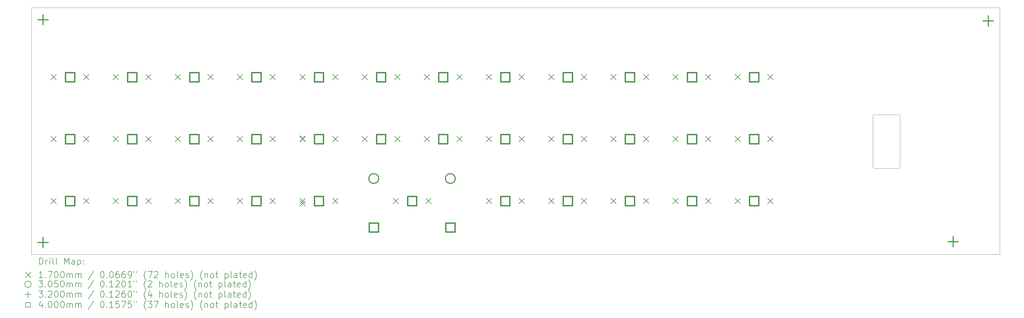
<source format=gbr>
%TF.GenerationSoftware,KiCad,Pcbnew,(6.0.7)*%
%TF.CreationDate,2022-11-03T11:15:33-07:00*%
%TF.ProjectId,alpha29_pmw3360,616c7068-6132-4395-9f70-6d7733333630,rev?*%
%TF.SameCoordinates,Original*%
%TF.FileFunction,Drillmap*%
%TF.FilePolarity,Positive*%
%FSLAX45Y45*%
G04 Gerber Fmt 4.5, Leading zero omitted, Abs format (unit mm)*
G04 Created by KiCad (PCBNEW (6.0.7)) date 2022-11-03 11:15:33*
%MOMM*%
%LPD*%
G01*
G04 APERTURE LIST*
%ADD10C,0.100000*%
%ADD11C,0.050000*%
%ADD12C,0.200000*%
%ADD13C,0.170000*%
%ADD14C,0.305000*%
%ADD15C,0.320000*%
%ADD16C,0.400000*%
G04 APERTURE END LIST*
D10*
X32702200Y-15136500D02*
X33452200Y-15136500D01*
X32652200Y-15086500D02*
X32652200Y-13511500D01*
X32702200Y-13461500D02*
X33452200Y-13461500D01*
X32652200Y-15086500D02*
G75*
G03*
X32702200Y-15136500I50000J0D01*
G01*
X33502200Y-13511500D02*
X33502200Y-15086500D01*
X33502200Y-13511500D02*
G75*
G03*
X33452200Y-13461500I-50000J0D01*
G01*
X33452200Y-15136500D02*
G75*
G03*
X33502200Y-15086500I0J50000D01*
G01*
X32702200Y-13461500D02*
G75*
G03*
X32652200Y-13511500I0J-50000D01*
G01*
D11*
X6496000Y-10120700D02*
X36595000Y-10120700D01*
X36595000Y-10120700D02*
X36595000Y-17816900D01*
X36595000Y-17816900D02*
X6496000Y-17816900D01*
X6496000Y-17816900D02*
X6496000Y-10120700D01*
D12*
D13*
X7109500Y-12207400D02*
X7279500Y-12377400D01*
X7279500Y-12207400D02*
X7109500Y-12377400D01*
X7109500Y-14137800D02*
X7279500Y-14307800D01*
X7279500Y-14137800D02*
X7109500Y-14307800D01*
X7109500Y-16068200D02*
X7279500Y-16238200D01*
X7279500Y-16068200D02*
X7109500Y-16238200D01*
X8125500Y-12207400D02*
X8295500Y-12377400D01*
X8295500Y-12207400D02*
X8125500Y-12377400D01*
X8125500Y-14137800D02*
X8295500Y-14307800D01*
X8295500Y-14137800D02*
X8125500Y-14307800D01*
X8125500Y-16068200D02*
X8295500Y-16238200D01*
X8295500Y-16068200D02*
X8125500Y-16238200D01*
X9039900Y-12207400D02*
X9209900Y-12377400D01*
X9209900Y-12207400D02*
X9039900Y-12377400D01*
X9039900Y-14137800D02*
X9209900Y-14307800D01*
X9209900Y-14137800D02*
X9039900Y-14307800D01*
X9039900Y-16068200D02*
X9209900Y-16238200D01*
X9209900Y-16068200D02*
X9039900Y-16238200D01*
X10055900Y-12207400D02*
X10225900Y-12377400D01*
X10225900Y-12207400D02*
X10055900Y-12377400D01*
X10055900Y-14137800D02*
X10225900Y-14307800D01*
X10225900Y-14137800D02*
X10055900Y-14307800D01*
X10055900Y-16068200D02*
X10225900Y-16238200D01*
X10225900Y-16068200D02*
X10055900Y-16238200D01*
X10970300Y-12207400D02*
X11140300Y-12377400D01*
X11140300Y-12207400D02*
X10970300Y-12377400D01*
X10970300Y-14137800D02*
X11140300Y-14307800D01*
X11140300Y-14137800D02*
X10970300Y-14307800D01*
X10970300Y-16068200D02*
X11140300Y-16238200D01*
X11140300Y-16068200D02*
X10970300Y-16238200D01*
X11986300Y-12207400D02*
X12156300Y-12377400D01*
X12156300Y-12207400D02*
X11986300Y-12377400D01*
X11986300Y-14137800D02*
X12156300Y-14307800D01*
X12156300Y-14137800D02*
X11986300Y-14307800D01*
X11986300Y-16068200D02*
X12156300Y-16238200D01*
X12156300Y-16068200D02*
X11986300Y-16238200D01*
X12900700Y-12207400D02*
X13070700Y-12377400D01*
X13070700Y-12207400D02*
X12900700Y-12377400D01*
X12900700Y-14137800D02*
X13070700Y-14307800D01*
X13070700Y-14137800D02*
X12900700Y-14307800D01*
X12900700Y-16068200D02*
X13070700Y-16238200D01*
X13070700Y-16068200D02*
X12900700Y-16238200D01*
X13916700Y-12207400D02*
X14086700Y-12377400D01*
X14086700Y-12207400D02*
X13916700Y-12377400D01*
X13916700Y-14137800D02*
X14086700Y-14307800D01*
X14086700Y-14137800D02*
X13916700Y-14307800D01*
X13916700Y-16068200D02*
X14086700Y-16238200D01*
X14086700Y-16068200D02*
X13916700Y-16238200D01*
X14843800Y-12207400D02*
X15013800Y-12377400D01*
X15013800Y-12207400D02*
X14843800Y-12377400D01*
X14843800Y-14125100D02*
X15013800Y-14295100D01*
X15013800Y-14125100D02*
X14843800Y-14295100D01*
X14843800Y-14137800D02*
X15013800Y-14307800D01*
X15013800Y-14137800D02*
X14843800Y-14307800D01*
X14843800Y-16068200D02*
X15013800Y-16238200D01*
X15013800Y-16068200D02*
X14843800Y-16238200D01*
X14843800Y-16144400D02*
X15013800Y-16314400D01*
X15013800Y-16144400D02*
X14843800Y-16314400D01*
X15859800Y-12207400D02*
X16029800Y-12377400D01*
X16029800Y-12207400D02*
X15859800Y-12377400D01*
X15859800Y-14137800D02*
X16029800Y-14307800D01*
X16029800Y-14137800D02*
X15859800Y-14307800D01*
X15859800Y-16068200D02*
X16029800Y-16238200D01*
X16029800Y-16068200D02*
X15859800Y-16238200D01*
X16774200Y-12207400D02*
X16944200Y-12377400D01*
X16944200Y-12207400D02*
X16774200Y-12377400D01*
X16774200Y-14137800D02*
X16944200Y-14307800D01*
X16944200Y-14137800D02*
X16774200Y-14307800D01*
X17739400Y-16068200D02*
X17909400Y-16238200D01*
X17909400Y-16068200D02*
X17739400Y-16238200D01*
X17790200Y-12207400D02*
X17960200Y-12377400D01*
X17960200Y-12207400D02*
X17790200Y-12377400D01*
X17790200Y-14137800D02*
X17960200Y-14307800D01*
X17960200Y-14137800D02*
X17790200Y-14307800D01*
X18704600Y-12207400D02*
X18874600Y-12377400D01*
X18874600Y-12207400D02*
X18704600Y-12377400D01*
X18704600Y-14137800D02*
X18874600Y-14307800D01*
X18874600Y-14137800D02*
X18704600Y-14307800D01*
X18755400Y-16068200D02*
X18925400Y-16238200D01*
X18925400Y-16068200D02*
X18755400Y-16238200D01*
X19720600Y-12207400D02*
X19890600Y-12377400D01*
X19890600Y-12207400D02*
X19720600Y-12377400D01*
X19720600Y-14137800D02*
X19890600Y-14307800D01*
X19890600Y-14137800D02*
X19720600Y-14307800D01*
X20635000Y-12207400D02*
X20805000Y-12377400D01*
X20805000Y-12207400D02*
X20635000Y-12377400D01*
X20635000Y-14137800D02*
X20805000Y-14307800D01*
X20805000Y-14137800D02*
X20635000Y-14307800D01*
X20635000Y-16068200D02*
X20805000Y-16238200D01*
X20805000Y-16068200D02*
X20635000Y-16238200D01*
X21651000Y-12207400D02*
X21821000Y-12377400D01*
X21821000Y-12207400D02*
X21651000Y-12377400D01*
X21651000Y-14137800D02*
X21821000Y-14307800D01*
X21821000Y-14137800D02*
X21651000Y-14307800D01*
X21651000Y-16068200D02*
X21821000Y-16238200D01*
X21821000Y-16068200D02*
X21651000Y-16238200D01*
X22578100Y-12207400D02*
X22748100Y-12377400D01*
X22748100Y-12207400D02*
X22578100Y-12377400D01*
X22578100Y-14137800D02*
X22748100Y-14307800D01*
X22748100Y-14137800D02*
X22578100Y-14307800D01*
X22578100Y-16068200D02*
X22748100Y-16238200D01*
X22748100Y-16068200D02*
X22578100Y-16238200D01*
X23594100Y-12207400D02*
X23764100Y-12377400D01*
X23764100Y-12207400D02*
X23594100Y-12377400D01*
X23594100Y-14137800D02*
X23764100Y-14307800D01*
X23764100Y-14137800D02*
X23594100Y-14307800D01*
X23594100Y-16068200D02*
X23764100Y-16238200D01*
X23764100Y-16068200D02*
X23594100Y-16238200D01*
X24508500Y-12207400D02*
X24678500Y-12377400D01*
X24678500Y-12207400D02*
X24508500Y-12377400D01*
X24508500Y-14137800D02*
X24678500Y-14307800D01*
X24678500Y-14137800D02*
X24508500Y-14307800D01*
X24508500Y-16068200D02*
X24678500Y-16238200D01*
X24678500Y-16068200D02*
X24508500Y-16238200D01*
X25524500Y-12207400D02*
X25694500Y-12377400D01*
X25694500Y-12207400D02*
X25524500Y-12377400D01*
X25524500Y-14137800D02*
X25694500Y-14307800D01*
X25694500Y-14137800D02*
X25524500Y-14307800D01*
X25524500Y-16068200D02*
X25694500Y-16238200D01*
X25694500Y-16068200D02*
X25524500Y-16238200D01*
X26438900Y-12207400D02*
X26608900Y-12377400D01*
X26608900Y-12207400D02*
X26438900Y-12377400D01*
X26438900Y-14137800D02*
X26608900Y-14307800D01*
X26608900Y-14137800D02*
X26438900Y-14307800D01*
X26438900Y-16068200D02*
X26608900Y-16238200D01*
X26608900Y-16068200D02*
X26438900Y-16238200D01*
X27454900Y-12207400D02*
X27624900Y-12377400D01*
X27624900Y-12207400D02*
X27454900Y-12377400D01*
X27454900Y-14137800D02*
X27624900Y-14307800D01*
X27624900Y-14137800D02*
X27454900Y-14307800D01*
X27454900Y-16068200D02*
X27624900Y-16238200D01*
X27624900Y-16068200D02*
X27454900Y-16238200D01*
X28369300Y-12207400D02*
X28539300Y-12377400D01*
X28539300Y-12207400D02*
X28369300Y-12377400D01*
X28369300Y-14137800D02*
X28539300Y-14307800D01*
X28539300Y-14137800D02*
X28369300Y-14307800D01*
X28369300Y-16068200D02*
X28539300Y-16238200D01*
X28539300Y-16068200D02*
X28369300Y-16238200D01*
X29385300Y-12207400D02*
X29555300Y-12377400D01*
X29555300Y-12207400D02*
X29385300Y-12377400D01*
X29385300Y-14137800D02*
X29555300Y-14307800D01*
X29555300Y-14137800D02*
X29385300Y-14307800D01*
X29385300Y-16068200D02*
X29555300Y-16238200D01*
X29555300Y-16068200D02*
X29385300Y-16238200D01*
D14*
X17294900Y-15453200D02*
G75*
G03*
X17294900Y-15453200I-152500J0D01*
G01*
X19674900Y-15453200D02*
G75*
G03*
X19674900Y-15453200I-152500J0D01*
G01*
D15*
X6864300Y-10341700D02*
X6864300Y-10661700D01*
X6704300Y-10501700D02*
X7024300Y-10501700D01*
X6864300Y-17288600D02*
X6864300Y-17608600D01*
X6704300Y-17448600D02*
X7024300Y-17448600D01*
X35147200Y-17263200D02*
X35147200Y-17583200D01*
X34987200Y-17423200D02*
X35307200Y-17423200D01*
X36239400Y-10379800D02*
X36239400Y-10699800D01*
X36079400Y-10539800D02*
X36399400Y-10539800D01*
D16*
X7843923Y-12433823D02*
X7843923Y-12150977D01*
X7561077Y-12150977D01*
X7561077Y-12433823D01*
X7843923Y-12433823D01*
X7843923Y-14364223D02*
X7843923Y-14081377D01*
X7561077Y-14081377D01*
X7561077Y-14364223D01*
X7843923Y-14364223D01*
X7843923Y-16294623D02*
X7843923Y-16011777D01*
X7561077Y-16011777D01*
X7561077Y-16294623D01*
X7843923Y-16294623D01*
X9774323Y-12433823D02*
X9774323Y-12150977D01*
X9491477Y-12150977D01*
X9491477Y-12433823D01*
X9774323Y-12433823D01*
X9774323Y-14364223D02*
X9774323Y-14081377D01*
X9491477Y-14081377D01*
X9491477Y-14364223D01*
X9774323Y-14364223D01*
X9774323Y-16294623D02*
X9774323Y-16011777D01*
X9491477Y-16011777D01*
X9491477Y-16294623D01*
X9774323Y-16294623D01*
X11704723Y-12433823D02*
X11704723Y-12150977D01*
X11421877Y-12150977D01*
X11421877Y-12433823D01*
X11704723Y-12433823D01*
X11704723Y-14364223D02*
X11704723Y-14081377D01*
X11421877Y-14081377D01*
X11421877Y-14364223D01*
X11704723Y-14364223D01*
X11704723Y-16294623D02*
X11704723Y-16011777D01*
X11421877Y-16011777D01*
X11421877Y-16294623D01*
X11704723Y-16294623D01*
X13635123Y-12433823D02*
X13635123Y-12150977D01*
X13352277Y-12150977D01*
X13352277Y-12433823D01*
X13635123Y-12433823D01*
X13635123Y-14364223D02*
X13635123Y-14081377D01*
X13352277Y-14081377D01*
X13352277Y-14364223D01*
X13635123Y-14364223D01*
X13635123Y-16294623D02*
X13635123Y-16011777D01*
X13352277Y-16011777D01*
X13352277Y-16294623D01*
X13635123Y-16294623D01*
X15578223Y-12433823D02*
X15578223Y-12150977D01*
X15295377Y-12150977D01*
X15295377Y-12433823D01*
X15578223Y-12433823D01*
X15578223Y-14364223D02*
X15578223Y-14081377D01*
X15295377Y-14081377D01*
X15295377Y-14364223D01*
X15578223Y-14364223D01*
X15578223Y-16294623D02*
X15578223Y-16011777D01*
X15295377Y-16011777D01*
X15295377Y-16294623D01*
X15578223Y-16294623D01*
X17283823Y-17118623D02*
X17283823Y-16835777D01*
X17000977Y-16835777D01*
X17000977Y-17118623D01*
X17283823Y-17118623D01*
X17508623Y-12433823D02*
X17508623Y-12150977D01*
X17225777Y-12150977D01*
X17225777Y-12433823D01*
X17508623Y-12433823D01*
X17508623Y-14364223D02*
X17508623Y-14081377D01*
X17225777Y-14081377D01*
X17225777Y-14364223D01*
X17508623Y-14364223D01*
X18473823Y-16294623D02*
X18473823Y-16011777D01*
X18190977Y-16011777D01*
X18190977Y-16294623D01*
X18473823Y-16294623D01*
X19439023Y-12433823D02*
X19439023Y-12150977D01*
X19156177Y-12150977D01*
X19156177Y-12433823D01*
X19439023Y-12433823D01*
X19439023Y-14364223D02*
X19439023Y-14081377D01*
X19156177Y-14081377D01*
X19156177Y-14364223D01*
X19439023Y-14364223D01*
X19663823Y-17118623D02*
X19663823Y-16835777D01*
X19380977Y-16835777D01*
X19380977Y-17118623D01*
X19663823Y-17118623D01*
X21369423Y-12433823D02*
X21369423Y-12150977D01*
X21086577Y-12150977D01*
X21086577Y-12433823D01*
X21369423Y-12433823D01*
X21369423Y-14364223D02*
X21369423Y-14081377D01*
X21086577Y-14081377D01*
X21086577Y-14364223D01*
X21369423Y-14364223D01*
X21369423Y-16294623D02*
X21369423Y-16011777D01*
X21086577Y-16011777D01*
X21086577Y-16294623D01*
X21369423Y-16294623D01*
X23312523Y-12433823D02*
X23312523Y-12150977D01*
X23029677Y-12150977D01*
X23029677Y-12433823D01*
X23312523Y-12433823D01*
X23312523Y-14364223D02*
X23312523Y-14081377D01*
X23029677Y-14081377D01*
X23029677Y-14364223D01*
X23312523Y-14364223D01*
X23312523Y-16294623D02*
X23312523Y-16011777D01*
X23029677Y-16011777D01*
X23029677Y-16294623D01*
X23312523Y-16294623D01*
X25242923Y-12433823D02*
X25242923Y-12150977D01*
X24960077Y-12150977D01*
X24960077Y-12433823D01*
X25242923Y-12433823D01*
X25242923Y-14364223D02*
X25242923Y-14081377D01*
X24960077Y-14081377D01*
X24960077Y-14364223D01*
X25242923Y-14364223D01*
X25242923Y-16294623D02*
X25242923Y-16011777D01*
X24960077Y-16011777D01*
X24960077Y-16294623D01*
X25242923Y-16294623D01*
X27173323Y-12433823D02*
X27173323Y-12150977D01*
X26890477Y-12150977D01*
X26890477Y-12433823D01*
X27173323Y-12433823D01*
X27173323Y-14364223D02*
X27173323Y-14081377D01*
X26890477Y-14081377D01*
X26890477Y-14364223D01*
X27173323Y-14364223D01*
X27173323Y-16294623D02*
X27173323Y-16011777D01*
X26890477Y-16011777D01*
X26890477Y-16294623D01*
X27173323Y-16294623D01*
X29103723Y-12433823D02*
X29103723Y-12150977D01*
X28820877Y-12150977D01*
X28820877Y-12433823D01*
X29103723Y-12433823D01*
X29103723Y-14364223D02*
X29103723Y-14081377D01*
X28820877Y-14081377D01*
X28820877Y-14364223D01*
X29103723Y-14364223D01*
X29103723Y-16294623D02*
X29103723Y-16011777D01*
X28820877Y-16011777D01*
X28820877Y-16294623D01*
X29103723Y-16294623D01*
D12*
X6751119Y-18129876D02*
X6751119Y-17929876D01*
X6798738Y-17929876D01*
X6827309Y-17939400D01*
X6846357Y-17958448D01*
X6855881Y-17977495D01*
X6865405Y-18015590D01*
X6865405Y-18044162D01*
X6855881Y-18082257D01*
X6846357Y-18101305D01*
X6827309Y-18120352D01*
X6798738Y-18129876D01*
X6751119Y-18129876D01*
X6951119Y-18129876D02*
X6951119Y-17996543D01*
X6951119Y-18034638D02*
X6960643Y-18015590D01*
X6970167Y-18006067D01*
X6989214Y-17996543D01*
X7008262Y-17996543D01*
X7074928Y-18129876D02*
X7074928Y-17996543D01*
X7074928Y-17929876D02*
X7065405Y-17939400D01*
X7074928Y-17948924D01*
X7084452Y-17939400D01*
X7074928Y-17929876D01*
X7074928Y-17948924D01*
X7198738Y-18129876D02*
X7179690Y-18120352D01*
X7170167Y-18101305D01*
X7170167Y-17929876D01*
X7303500Y-18129876D02*
X7284452Y-18120352D01*
X7274928Y-18101305D01*
X7274928Y-17929876D01*
X7532071Y-18129876D02*
X7532071Y-17929876D01*
X7598738Y-18072733D01*
X7665405Y-17929876D01*
X7665405Y-18129876D01*
X7846357Y-18129876D02*
X7846357Y-18025114D01*
X7836833Y-18006067D01*
X7817786Y-17996543D01*
X7779690Y-17996543D01*
X7760643Y-18006067D01*
X7846357Y-18120352D02*
X7827309Y-18129876D01*
X7779690Y-18129876D01*
X7760643Y-18120352D01*
X7751119Y-18101305D01*
X7751119Y-18082257D01*
X7760643Y-18063210D01*
X7779690Y-18053686D01*
X7827309Y-18053686D01*
X7846357Y-18044162D01*
X7941595Y-17996543D02*
X7941595Y-18196543D01*
X7941595Y-18006067D02*
X7960643Y-17996543D01*
X7998738Y-17996543D01*
X8017786Y-18006067D01*
X8027309Y-18015590D01*
X8036833Y-18034638D01*
X8036833Y-18091781D01*
X8027309Y-18110829D01*
X8017786Y-18120352D01*
X7998738Y-18129876D01*
X7960643Y-18129876D01*
X7941595Y-18120352D01*
X8122548Y-18110829D02*
X8132071Y-18120352D01*
X8122548Y-18129876D01*
X8113024Y-18120352D01*
X8122548Y-18110829D01*
X8122548Y-18129876D01*
X8122548Y-18006067D02*
X8132071Y-18015590D01*
X8122548Y-18025114D01*
X8113024Y-18015590D01*
X8122548Y-18006067D01*
X8122548Y-18025114D01*
D13*
X6323500Y-18374400D02*
X6493500Y-18544400D01*
X6493500Y-18374400D02*
X6323500Y-18544400D01*
D12*
X6855881Y-18549876D02*
X6741595Y-18549876D01*
X6798738Y-18549876D02*
X6798738Y-18349876D01*
X6779690Y-18378448D01*
X6760643Y-18397495D01*
X6741595Y-18407019D01*
X6941595Y-18530829D02*
X6951119Y-18540352D01*
X6941595Y-18549876D01*
X6932071Y-18540352D01*
X6941595Y-18530829D01*
X6941595Y-18549876D01*
X7017786Y-18349876D02*
X7151119Y-18349876D01*
X7065405Y-18549876D01*
X7265405Y-18349876D02*
X7284452Y-18349876D01*
X7303500Y-18359400D01*
X7313024Y-18368924D01*
X7322548Y-18387971D01*
X7332071Y-18426067D01*
X7332071Y-18473686D01*
X7322548Y-18511781D01*
X7313024Y-18530829D01*
X7303500Y-18540352D01*
X7284452Y-18549876D01*
X7265405Y-18549876D01*
X7246357Y-18540352D01*
X7236833Y-18530829D01*
X7227309Y-18511781D01*
X7217786Y-18473686D01*
X7217786Y-18426067D01*
X7227309Y-18387971D01*
X7236833Y-18368924D01*
X7246357Y-18359400D01*
X7265405Y-18349876D01*
X7455881Y-18349876D02*
X7474928Y-18349876D01*
X7493976Y-18359400D01*
X7503500Y-18368924D01*
X7513024Y-18387971D01*
X7522548Y-18426067D01*
X7522548Y-18473686D01*
X7513024Y-18511781D01*
X7503500Y-18530829D01*
X7493976Y-18540352D01*
X7474928Y-18549876D01*
X7455881Y-18549876D01*
X7436833Y-18540352D01*
X7427309Y-18530829D01*
X7417786Y-18511781D01*
X7408262Y-18473686D01*
X7408262Y-18426067D01*
X7417786Y-18387971D01*
X7427309Y-18368924D01*
X7436833Y-18359400D01*
X7455881Y-18349876D01*
X7608262Y-18549876D02*
X7608262Y-18416543D01*
X7608262Y-18435590D02*
X7617786Y-18426067D01*
X7636833Y-18416543D01*
X7665405Y-18416543D01*
X7684452Y-18426067D01*
X7693976Y-18445114D01*
X7693976Y-18549876D01*
X7693976Y-18445114D02*
X7703500Y-18426067D01*
X7722548Y-18416543D01*
X7751119Y-18416543D01*
X7770167Y-18426067D01*
X7779690Y-18445114D01*
X7779690Y-18549876D01*
X7874928Y-18549876D02*
X7874928Y-18416543D01*
X7874928Y-18435590D02*
X7884452Y-18426067D01*
X7903500Y-18416543D01*
X7932071Y-18416543D01*
X7951119Y-18426067D01*
X7960643Y-18445114D01*
X7960643Y-18549876D01*
X7960643Y-18445114D02*
X7970167Y-18426067D01*
X7989214Y-18416543D01*
X8017786Y-18416543D01*
X8036833Y-18426067D01*
X8046357Y-18445114D01*
X8046357Y-18549876D01*
X8436833Y-18340352D02*
X8265405Y-18597495D01*
X8693976Y-18349876D02*
X8713024Y-18349876D01*
X8732071Y-18359400D01*
X8741595Y-18368924D01*
X8751119Y-18387971D01*
X8760643Y-18426067D01*
X8760643Y-18473686D01*
X8751119Y-18511781D01*
X8741595Y-18530829D01*
X8732071Y-18540352D01*
X8713024Y-18549876D01*
X8693976Y-18549876D01*
X8674929Y-18540352D01*
X8665405Y-18530829D01*
X8655881Y-18511781D01*
X8646357Y-18473686D01*
X8646357Y-18426067D01*
X8655881Y-18387971D01*
X8665405Y-18368924D01*
X8674929Y-18359400D01*
X8693976Y-18349876D01*
X8846357Y-18530829D02*
X8855881Y-18540352D01*
X8846357Y-18549876D01*
X8836833Y-18540352D01*
X8846357Y-18530829D01*
X8846357Y-18549876D01*
X8979690Y-18349876D02*
X8998738Y-18349876D01*
X9017786Y-18359400D01*
X9027310Y-18368924D01*
X9036833Y-18387971D01*
X9046357Y-18426067D01*
X9046357Y-18473686D01*
X9036833Y-18511781D01*
X9027310Y-18530829D01*
X9017786Y-18540352D01*
X8998738Y-18549876D01*
X8979690Y-18549876D01*
X8960643Y-18540352D01*
X8951119Y-18530829D01*
X8941595Y-18511781D01*
X8932071Y-18473686D01*
X8932071Y-18426067D01*
X8941595Y-18387971D01*
X8951119Y-18368924D01*
X8960643Y-18359400D01*
X8979690Y-18349876D01*
X9217786Y-18349876D02*
X9179690Y-18349876D01*
X9160643Y-18359400D01*
X9151119Y-18368924D01*
X9132071Y-18397495D01*
X9122548Y-18435590D01*
X9122548Y-18511781D01*
X9132071Y-18530829D01*
X9141595Y-18540352D01*
X9160643Y-18549876D01*
X9198738Y-18549876D01*
X9217786Y-18540352D01*
X9227310Y-18530829D01*
X9236833Y-18511781D01*
X9236833Y-18464162D01*
X9227310Y-18445114D01*
X9217786Y-18435590D01*
X9198738Y-18426067D01*
X9160643Y-18426067D01*
X9141595Y-18435590D01*
X9132071Y-18445114D01*
X9122548Y-18464162D01*
X9408262Y-18349876D02*
X9370167Y-18349876D01*
X9351119Y-18359400D01*
X9341595Y-18368924D01*
X9322548Y-18397495D01*
X9313024Y-18435590D01*
X9313024Y-18511781D01*
X9322548Y-18530829D01*
X9332071Y-18540352D01*
X9351119Y-18549876D01*
X9389214Y-18549876D01*
X9408262Y-18540352D01*
X9417786Y-18530829D01*
X9427310Y-18511781D01*
X9427310Y-18464162D01*
X9417786Y-18445114D01*
X9408262Y-18435590D01*
X9389214Y-18426067D01*
X9351119Y-18426067D01*
X9332071Y-18435590D01*
X9322548Y-18445114D01*
X9313024Y-18464162D01*
X9522548Y-18549876D02*
X9560643Y-18549876D01*
X9579690Y-18540352D01*
X9589214Y-18530829D01*
X9608262Y-18502257D01*
X9617786Y-18464162D01*
X9617786Y-18387971D01*
X9608262Y-18368924D01*
X9598738Y-18359400D01*
X9579690Y-18349876D01*
X9541595Y-18349876D01*
X9522548Y-18359400D01*
X9513024Y-18368924D01*
X9503500Y-18387971D01*
X9503500Y-18435590D01*
X9513024Y-18454638D01*
X9522548Y-18464162D01*
X9541595Y-18473686D01*
X9579690Y-18473686D01*
X9598738Y-18464162D01*
X9608262Y-18454638D01*
X9617786Y-18435590D01*
X9693976Y-18349876D02*
X9693976Y-18387971D01*
X9770167Y-18349876D02*
X9770167Y-18387971D01*
X10065405Y-18626067D02*
X10055881Y-18616543D01*
X10036833Y-18587971D01*
X10027310Y-18568924D01*
X10017786Y-18540352D01*
X10008262Y-18492733D01*
X10008262Y-18454638D01*
X10017786Y-18407019D01*
X10027310Y-18378448D01*
X10036833Y-18359400D01*
X10055881Y-18330829D01*
X10065405Y-18321305D01*
X10122548Y-18349876D02*
X10255881Y-18349876D01*
X10170167Y-18549876D01*
X10322548Y-18368924D02*
X10332071Y-18359400D01*
X10351119Y-18349876D01*
X10398738Y-18349876D01*
X10417786Y-18359400D01*
X10427310Y-18368924D01*
X10436833Y-18387971D01*
X10436833Y-18407019D01*
X10427310Y-18435590D01*
X10313024Y-18549876D01*
X10436833Y-18549876D01*
X10674929Y-18549876D02*
X10674929Y-18349876D01*
X10760643Y-18549876D02*
X10760643Y-18445114D01*
X10751119Y-18426067D01*
X10732071Y-18416543D01*
X10703500Y-18416543D01*
X10684452Y-18426067D01*
X10674929Y-18435590D01*
X10884452Y-18549876D02*
X10865405Y-18540352D01*
X10855881Y-18530829D01*
X10846357Y-18511781D01*
X10846357Y-18454638D01*
X10855881Y-18435590D01*
X10865405Y-18426067D01*
X10884452Y-18416543D01*
X10913024Y-18416543D01*
X10932071Y-18426067D01*
X10941595Y-18435590D01*
X10951119Y-18454638D01*
X10951119Y-18511781D01*
X10941595Y-18530829D01*
X10932071Y-18540352D01*
X10913024Y-18549876D01*
X10884452Y-18549876D01*
X11065405Y-18549876D02*
X11046357Y-18540352D01*
X11036833Y-18521305D01*
X11036833Y-18349876D01*
X11217786Y-18540352D02*
X11198738Y-18549876D01*
X11160643Y-18549876D01*
X11141595Y-18540352D01*
X11132071Y-18521305D01*
X11132071Y-18445114D01*
X11141595Y-18426067D01*
X11160643Y-18416543D01*
X11198738Y-18416543D01*
X11217786Y-18426067D01*
X11227309Y-18445114D01*
X11227309Y-18464162D01*
X11132071Y-18483210D01*
X11303500Y-18540352D02*
X11322548Y-18549876D01*
X11360643Y-18549876D01*
X11379690Y-18540352D01*
X11389214Y-18521305D01*
X11389214Y-18511781D01*
X11379690Y-18492733D01*
X11360643Y-18483210D01*
X11332071Y-18483210D01*
X11313024Y-18473686D01*
X11303500Y-18454638D01*
X11303500Y-18445114D01*
X11313024Y-18426067D01*
X11332071Y-18416543D01*
X11360643Y-18416543D01*
X11379690Y-18426067D01*
X11455881Y-18626067D02*
X11465405Y-18616543D01*
X11484452Y-18587971D01*
X11493976Y-18568924D01*
X11503500Y-18540352D01*
X11513024Y-18492733D01*
X11513024Y-18454638D01*
X11503500Y-18407019D01*
X11493976Y-18378448D01*
X11484452Y-18359400D01*
X11465405Y-18330829D01*
X11455881Y-18321305D01*
X11817786Y-18626067D02*
X11808262Y-18616543D01*
X11789214Y-18587971D01*
X11779690Y-18568924D01*
X11770167Y-18540352D01*
X11760643Y-18492733D01*
X11760643Y-18454638D01*
X11770167Y-18407019D01*
X11779690Y-18378448D01*
X11789214Y-18359400D01*
X11808262Y-18330829D01*
X11817786Y-18321305D01*
X11893976Y-18416543D02*
X11893976Y-18549876D01*
X11893976Y-18435590D02*
X11903500Y-18426067D01*
X11922548Y-18416543D01*
X11951119Y-18416543D01*
X11970167Y-18426067D01*
X11979690Y-18445114D01*
X11979690Y-18549876D01*
X12103500Y-18549876D02*
X12084452Y-18540352D01*
X12074928Y-18530829D01*
X12065405Y-18511781D01*
X12065405Y-18454638D01*
X12074928Y-18435590D01*
X12084452Y-18426067D01*
X12103500Y-18416543D01*
X12132071Y-18416543D01*
X12151119Y-18426067D01*
X12160643Y-18435590D01*
X12170167Y-18454638D01*
X12170167Y-18511781D01*
X12160643Y-18530829D01*
X12151119Y-18540352D01*
X12132071Y-18549876D01*
X12103500Y-18549876D01*
X12227309Y-18416543D02*
X12303500Y-18416543D01*
X12255881Y-18349876D02*
X12255881Y-18521305D01*
X12265405Y-18540352D01*
X12284452Y-18549876D01*
X12303500Y-18549876D01*
X12522548Y-18416543D02*
X12522548Y-18616543D01*
X12522548Y-18426067D02*
X12541595Y-18416543D01*
X12579690Y-18416543D01*
X12598738Y-18426067D01*
X12608262Y-18435590D01*
X12617786Y-18454638D01*
X12617786Y-18511781D01*
X12608262Y-18530829D01*
X12598738Y-18540352D01*
X12579690Y-18549876D01*
X12541595Y-18549876D01*
X12522548Y-18540352D01*
X12732071Y-18549876D02*
X12713024Y-18540352D01*
X12703500Y-18521305D01*
X12703500Y-18349876D01*
X12893976Y-18549876D02*
X12893976Y-18445114D01*
X12884452Y-18426067D01*
X12865405Y-18416543D01*
X12827309Y-18416543D01*
X12808262Y-18426067D01*
X12893976Y-18540352D02*
X12874928Y-18549876D01*
X12827309Y-18549876D01*
X12808262Y-18540352D01*
X12798738Y-18521305D01*
X12798738Y-18502257D01*
X12808262Y-18483210D01*
X12827309Y-18473686D01*
X12874928Y-18473686D01*
X12893976Y-18464162D01*
X12960643Y-18416543D02*
X13036833Y-18416543D01*
X12989214Y-18349876D02*
X12989214Y-18521305D01*
X12998738Y-18540352D01*
X13017786Y-18549876D01*
X13036833Y-18549876D01*
X13179690Y-18540352D02*
X13160643Y-18549876D01*
X13122548Y-18549876D01*
X13103500Y-18540352D01*
X13093976Y-18521305D01*
X13093976Y-18445114D01*
X13103500Y-18426067D01*
X13122548Y-18416543D01*
X13160643Y-18416543D01*
X13179690Y-18426067D01*
X13189214Y-18445114D01*
X13189214Y-18464162D01*
X13093976Y-18483210D01*
X13360643Y-18549876D02*
X13360643Y-18349876D01*
X13360643Y-18540352D02*
X13341595Y-18549876D01*
X13303500Y-18549876D01*
X13284452Y-18540352D01*
X13274928Y-18530829D01*
X13265405Y-18511781D01*
X13265405Y-18454638D01*
X13274928Y-18435590D01*
X13284452Y-18426067D01*
X13303500Y-18416543D01*
X13341595Y-18416543D01*
X13360643Y-18426067D01*
X13436833Y-18626067D02*
X13446357Y-18616543D01*
X13465405Y-18587971D01*
X13474928Y-18568924D01*
X13484452Y-18540352D01*
X13493976Y-18492733D01*
X13493976Y-18454638D01*
X13484452Y-18407019D01*
X13474928Y-18378448D01*
X13465405Y-18359400D01*
X13446357Y-18330829D01*
X13436833Y-18321305D01*
X6493500Y-18749400D02*
G75*
G03*
X6493500Y-18749400I-100000J0D01*
G01*
X6732071Y-18639876D02*
X6855881Y-18639876D01*
X6789214Y-18716067D01*
X6817786Y-18716067D01*
X6836833Y-18725590D01*
X6846357Y-18735114D01*
X6855881Y-18754162D01*
X6855881Y-18801781D01*
X6846357Y-18820829D01*
X6836833Y-18830352D01*
X6817786Y-18839876D01*
X6760643Y-18839876D01*
X6741595Y-18830352D01*
X6732071Y-18820829D01*
X6941595Y-18820829D02*
X6951119Y-18830352D01*
X6941595Y-18839876D01*
X6932071Y-18830352D01*
X6941595Y-18820829D01*
X6941595Y-18839876D01*
X7074928Y-18639876D02*
X7093976Y-18639876D01*
X7113024Y-18649400D01*
X7122548Y-18658924D01*
X7132071Y-18677971D01*
X7141595Y-18716067D01*
X7141595Y-18763686D01*
X7132071Y-18801781D01*
X7122548Y-18820829D01*
X7113024Y-18830352D01*
X7093976Y-18839876D01*
X7074928Y-18839876D01*
X7055881Y-18830352D01*
X7046357Y-18820829D01*
X7036833Y-18801781D01*
X7027309Y-18763686D01*
X7027309Y-18716067D01*
X7036833Y-18677971D01*
X7046357Y-18658924D01*
X7055881Y-18649400D01*
X7074928Y-18639876D01*
X7322548Y-18639876D02*
X7227309Y-18639876D01*
X7217786Y-18735114D01*
X7227309Y-18725590D01*
X7246357Y-18716067D01*
X7293976Y-18716067D01*
X7313024Y-18725590D01*
X7322548Y-18735114D01*
X7332071Y-18754162D01*
X7332071Y-18801781D01*
X7322548Y-18820829D01*
X7313024Y-18830352D01*
X7293976Y-18839876D01*
X7246357Y-18839876D01*
X7227309Y-18830352D01*
X7217786Y-18820829D01*
X7455881Y-18639876D02*
X7474928Y-18639876D01*
X7493976Y-18649400D01*
X7503500Y-18658924D01*
X7513024Y-18677971D01*
X7522548Y-18716067D01*
X7522548Y-18763686D01*
X7513024Y-18801781D01*
X7503500Y-18820829D01*
X7493976Y-18830352D01*
X7474928Y-18839876D01*
X7455881Y-18839876D01*
X7436833Y-18830352D01*
X7427309Y-18820829D01*
X7417786Y-18801781D01*
X7408262Y-18763686D01*
X7408262Y-18716067D01*
X7417786Y-18677971D01*
X7427309Y-18658924D01*
X7436833Y-18649400D01*
X7455881Y-18639876D01*
X7608262Y-18839876D02*
X7608262Y-18706543D01*
X7608262Y-18725590D02*
X7617786Y-18716067D01*
X7636833Y-18706543D01*
X7665405Y-18706543D01*
X7684452Y-18716067D01*
X7693976Y-18735114D01*
X7693976Y-18839876D01*
X7693976Y-18735114D02*
X7703500Y-18716067D01*
X7722548Y-18706543D01*
X7751119Y-18706543D01*
X7770167Y-18716067D01*
X7779690Y-18735114D01*
X7779690Y-18839876D01*
X7874928Y-18839876D02*
X7874928Y-18706543D01*
X7874928Y-18725590D02*
X7884452Y-18716067D01*
X7903500Y-18706543D01*
X7932071Y-18706543D01*
X7951119Y-18716067D01*
X7960643Y-18735114D01*
X7960643Y-18839876D01*
X7960643Y-18735114D02*
X7970167Y-18716067D01*
X7989214Y-18706543D01*
X8017786Y-18706543D01*
X8036833Y-18716067D01*
X8046357Y-18735114D01*
X8046357Y-18839876D01*
X8436833Y-18630352D02*
X8265405Y-18887495D01*
X8693976Y-18639876D02*
X8713024Y-18639876D01*
X8732071Y-18649400D01*
X8741595Y-18658924D01*
X8751119Y-18677971D01*
X8760643Y-18716067D01*
X8760643Y-18763686D01*
X8751119Y-18801781D01*
X8741595Y-18820829D01*
X8732071Y-18830352D01*
X8713024Y-18839876D01*
X8693976Y-18839876D01*
X8674929Y-18830352D01*
X8665405Y-18820829D01*
X8655881Y-18801781D01*
X8646357Y-18763686D01*
X8646357Y-18716067D01*
X8655881Y-18677971D01*
X8665405Y-18658924D01*
X8674929Y-18649400D01*
X8693976Y-18639876D01*
X8846357Y-18820829D02*
X8855881Y-18830352D01*
X8846357Y-18839876D01*
X8836833Y-18830352D01*
X8846357Y-18820829D01*
X8846357Y-18839876D01*
X9046357Y-18839876D02*
X8932071Y-18839876D01*
X8989214Y-18839876D02*
X8989214Y-18639876D01*
X8970167Y-18668448D01*
X8951119Y-18687495D01*
X8932071Y-18697019D01*
X9122548Y-18658924D02*
X9132071Y-18649400D01*
X9151119Y-18639876D01*
X9198738Y-18639876D01*
X9217786Y-18649400D01*
X9227310Y-18658924D01*
X9236833Y-18677971D01*
X9236833Y-18697019D01*
X9227310Y-18725590D01*
X9113024Y-18839876D01*
X9236833Y-18839876D01*
X9360643Y-18639876D02*
X9379690Y-18639876D01*
X9398738Y-18649400D01*
X9408262Y-18658924D01*
X9417786Y-18677971D01*
X9427310Y-18716067D01*
X9427310Y-18763686D01*
X9417786Y-18801781D01*
X9408262Y-18820829D01*
X9398738Y-18830352D01*
X9379690Y-18839876D01*
X9360643Y-18839876D01*
X9341595Y-18830352D01*
X9332071Y-18820829D01*
X9322548Y-18801781D01*
X9313024Y-18763686D01*
X9313024Y-18716067D01*
X9322548Y-18677971D01*
X9332071Y-18658924D01*
X9341595Y-18649400D01*
X9360643Y-18639876D01*
X9617786Y-18839876D02*
X9503500Y-18839876D01*
X9560643Y-18839876D02*
X9560643Y-18639876D01*
X9541595Y-18668448D01*
X9522548Y-18687495D01*
X9503500Y-18697019D01*
X9693976Y-18639876D02*
X9693976Y-18677971D01*
X9770167Y-18639876D02*
X9770167Y-18677971D01*
X10065405Y-18916067D02*
X10055881Y-18906543D01*
X10036833Y-18877971D01*
X10027310Y-18858924D01*
X10017786Y-18830352D01*
X10008262Y-18782733D01*
X10008262Y-18744638D01*
X10017786Y-18697019D01*
X10027310Y-18668448D01*
X10036833Y-18649400D01*
X10055881Y-18620829D01*
X10065405Y-18611305D01*
X10132071Y-18658924D02*
X10141595Y-18649400D01*
X10160643Y-18639876D01*
X10208262Y-18639876D01*
X10227310Y-18649400D01*
X10236833Y-18658924D01*
X10246357Y-18677971D01*
X10246357Y-18697019D01*
X10236833Y-18725590D01*
X10122548Y-18839876D01*
X10246357Y-18839876D01*
X10484452Y-18839876D02*
X10484452Y-18639876D01*
X10570167Y-18839876D02*
X10570167Y-18735114D01*
X10560643Y-18716067D01*
X10541595Y-18706543D01*
X10513024Y-18706543D01*
X10493976Y-18716067D01*
X10484452Y-18725590D01*
X10693976Y-18839876D02*
X10674929Y-18830352D01*
X10665405Y-18820829D01*
X10655881Y-18801781D01*
X10655881Y-18744638D01*
X10665405Y-18725590D01*
X10674929Y-18716067D01*
X10693976Y-18706543D01*
X10722548Y-18706543D01*
X10741595Y-18716067D01*
X10751119Y-18725590D01*
X10760643Y-18744638D01*
X10760643Y-18801781D01*
X10751119Y-18820829D01*
X10741595Y-18830352D01*
X10722548Y-18839876D01*
X10693976Y-18839876D01*
X10874929Y-18839876D02*
X10855881Y-18830352D01*
X10846357Y-18811305D01*
X10846357Y-18639876D01*
X11027310Y-18830352D02*
X11008262Y-18839876D01*
X10970167Y-18839876D01*
X10951119Y-18830352D01*
X10941595Y-18811305D01*
X10941595Y-18735114D01*
X10951119Y-18716067D01*
X10970167Y-18706543D01*
X11008262Y-18706543D01*
X11027310Y-18716067D01*
X11036833Y-18735114D01*
X11036833Y-18754162D01*
X10941595Y-18773210D01*
X11113024Y-18830352D02*
X11132071Y-18839876D01*
X11170167Y-18839876D01*
X11189214Y-18830352D01*
X11198738Y-18811305D01*
X11198738Y-18801781D01*
X11189214Y-18782733D01*
X11170167Y-18773210D01*
X11141595Y-18773210D01*
X11122548Y-18763686D01*
X11113024Y-18744638D01*
X11113024Y-18735114D01*
X11122548Y-18716067D01*
X11141595Y-18706543D01*
X11170167Y-18706543D01*
X11189214Y-18716067D01*
X11265405Y-18916067D02*
X11274928Y-18906543D01*
X11293976Y-18877971D01*
X11303500Y-18858924D01*
X11313024Y-18830352D01*
X11322548Y-18782733D01*
X11322548Y-18744638D01*
X11313024Y-18697019D01*
X11303500Y-18668448D01*
X11293976Y-18649400D01*
X11274928Y-18620829D01*
X11265405Y-18611305D01*
X11627309Y-18916067D02*
X11617786Y-18906543D01*
X11598738Y-18877971D01*
X11589214Y-18858924D01*
X11579690Y-18830352D01*
X11570167Y-18782733D01*
X11570167Y-18744638D01*
X11579690Y-18697019D01*
X11589214Y-18668448D01*
X11598738Y-18649400D01*
X11617786Y-18620829D01*
X11627309Y-18611305D01*
X11703500Y-18706543D02*
X11703500Y-18839876D01*
X11703500Y-18725590D02*
X11713024Y-18716067D01*
X11732071Y-18706543D01*
X11760643Y-18706543D01*
X11779690Y-18716067D01*
X11789214Y-18735114D01*
X11789214Y-18839876D01*
X11913024Y-18839876D02*
X11893976Y-18830352D01*
X11884452Y-18820829D01*
X11874928Y-18801781D01*
X11874928Y-18744638D01*
X11884452Y-18725590D01*
X11893976Y-18716067D01*
X11913024Y-18706543D01*
X11941595Y-18706543D01*
X11960643Y-18716067D01*
X11970167Y-18725590D01*
X11979690Y-18744638D01*
X11979690Y-18801781D01*
X11970167Y-18820829D01*
X11960643Y-18830352D01*
X11941595Y-18839876D01*
X11913024Y-18839876D01*
X12036833Y-18706543D02*
X12113024Y-18706543D01*
X12065405Y-18639876D02*
X12065405Y-18811305D01*
X12074928Y-18830352D01*
X12093976Y-18839876D01*
X12113024Y-18839876D01*
X12332071Y-18706543D02*
X12332071Y-18906543D01*
X12332071Y-18716067D02*
X12351119Y-18706543D01*
X12389214Y-18706543D01*
X12408262Y-18716067D01*
X12417786Y-18725590D01*
X12427309Y-18744638D01*
X12427309Y-18801781D01*
X12417786Y-18820829D01*
X12408262Y-18830352D01*
X12389214Y-18839876D01*
X12351119Y-18839876D01*
X12332071Y-18830352D01*
X12541595Y-18839876D02*
X12522548Y-18830352D01*
X12513024Y-18811305D01*
X12513024Y-18639876D01*
X12703500Y-18839876D02*
X12703500Y-18735114D01*
X12693976Y-18716067D01*
X12674928Y-18706543D01*
X12636833Y-18706543D01*
X12617786Y-18716067D01*
X12703500Y-18830352D02*
X12684452Y-18839876D01*
X12636833Y-18839876D01*
X12617786Y-18830352D01*
X12608262Y-18811305D01*
X12608262Y-18792257D01*
X12617786Y-18773210D01*
X12636833Y-18763686D01*
X12684452Y-18763686D01*
X12703500Y-18754162D01*
X12770167Y-18706543D02*
X12846357Y-18706543D01*
X12798738Y-18639876D02*
X12798738Y-18811305D01*
X12808262Y-18830352D01*
X12827309Y-18839876D01*
X12846357Y-18839876D01*
X12989214Y-18830352D02*
X12970167Y-18839876D01*
X12932071Y-18839876D01*
X12913024Y-18830352D01*
X12903500Y-18811305D01*
X12903500Y-18735114D01*
X12913024Y-18716067D01*
X12932071Y-18706543D01*
X12970167Y-18706543D01*
X12989214Y-18716067D01*
X12998738Y-18735114D01*
X12998738Y-18754162D01*
X12903500Y-18773210D01*
X13170167Y-18839876D02*
X13170167Y-18639876D01*
X13170167Y-18830352D02*
X13151119Y-18839876D01*
X13113024Y-18839876D01*
X13093976Y-18830352D01*
X13084452Y-18820829D01*
X13074928Y-18801781D01*
X13074928Y-18744638D01*
X13084452Y-18725590D01*
X13093976Y-18716067D01*
X13113024Y-18706543D01*
X13151119Y-18706543D01*
X13170167Y-18716067D01*
X13246357Y-18916067D02*
X13255881Y-18906543D01*
X13274928Y-18877971D01*
X13284452Y-18858924D01*
X13293976Y-18830352D01*
X13303500Y-18782733D01*
X13303500Y-18744638D01*
X13293976Y-18697019D01*
X13284452Y-18668448D01*
X13274928Y-18649400D01*
X13255881Y-18620829D01*
X13246357Y-18611305D01*
X6393500Y-18969400D02*
X6393500Y-19169400D01*
X6293500Y-19069400D02*
X6493500Y-19069400D01*
X6732071Y-18959876D02*
X6855881Y-18959876D01*
X6789214Y-19036067D01*
X6817786Y-19036067D01*
X6836833Y-19045590D01*
X6846357Y-19055114D01*
X6855881Y-19074162D01*
X6855881Y-19121781D01*
X6846357Y-19140829D01*
X6836833Y-19150352D01*
X6817786Y-19159876D01*
X6760643Y-19159876D01*
X6741595Y-19150352D01*
X6732071Y-19140829D01*
X6941595Y-19140829D02*
X6951119Y-19150352D01*
X6941595Y-19159876D01*
X6932071Y-19150352D01*
X6941595Y-19140829D01*
X6941595Y-19159876D01*
X7027309Y-18978924D02*
X7036833Y-18969400D01*
X7055881Y-18959876D01*
X7103500Y-18959876D01*
X7122548Y-18969400D01*
X7132071Y-18978924D01*
X7141595Y-18997971D01*
X7141595Y-19017019D01*
X7132071Y-19045590D01*
X7017786Y-19159876D01*
X7141595Y-19159876D01*
X7265405Y-18959876D02*
X7284452Y-18959876D01*
X7303500Y-18969400D01*
X7313024Y-18978924D01*
X7322548Y-18997971D01*
X7332071Y-19036067D01*
X7332071Y-19083686D01*
X7322548Y-19121781D01*
X7313024Y-19140829D01*
X7303500Y-19150352D01*
X7284452Y-19159876D01*
X7265405Y-19159876D01*
X7246357Y-19150352D01*
X7236833Y-19140829D01*
X7227309Y-19121781D01*
X7217786Y-19083686D01*
X7217786Y-19036067D01*
X7227309Y-18997971D01*
X7236833Y-18978924D01*
X7246357Y-18969400D01*
X7265405Y-18959876D01*
X7455881Y-18959876D02*
X7474928Y-18959876D01*
X7493976Y-18969400D01*
X7503500Y-18978924D01*
X7513024Y-18997971D01*
X7522548Y-19036067D01*
X7522548Y-19083686D01*
X7513024Y-19121781D01*
X7503500Y-19140829D01*
X7493976Y-19150352D01*
X7474928Y-19159876D01*
X7455881Y-19159876D01*
X7436833Y-19150352D01*
X7427309Y-19140829D01*
X7417786Y-19121781D01*
X7408262Y-19083686D01*
X7408262Y-19036067D01*
X7417786Y-18997971D01*
X7427309Y-18978924D01*
X7436833Y-18969400D01*
X7455881Y-18959876D01*
X7608262Y-19159876D02*
X7608262Y-19026543D01*
X7608262Y-19045590D02*
X7617786Y-19036067D01*
X7636833Y-19026543D01*
X7665405Y-19026543D01*
X7684452Y-19036067D01*
X7693976Y-19055114D01*
X7693976Y-19159876D01*
X7693976Y-19055114D02*
X7703500Y-19036067D01*
X7722548Y-19026543D01*
X7751119Y-19026543D01*
X7770167Y-19036067D01*
X7779690Y-19055114D01*
X7779690Y-19159876D01*
X7874928Y-19159876D02*
X7874928Y-19026543D01*
X7874928Y-19045590D02*
X7884452Y-19036067D01*
X7903500Y-19026543D01*
X7932071Y-19026543D01*
X7951119Y-19036067D01*
X7960643Y-19055114D01*
X7960643Y-19159876D01*
X7960643Y-19055114D02*
X7970167Y-19036067D01*
X7989214Y-19026543D01*
X8017786Y-19026543D01*
X8036833Y-19036067D01*
X8046357Y-19055114D01*
X8046357Y-19159876D01*
X8436833Y-18950352D02*
X8265405Y-19207495D01*
X8693976Y-18959876D02*
X8713024Y-18959876D01*
X8732071Y-18969400D01*
X8741595Y-18978924D01*
X8751119Y-18997971D01*
X8760643Y-19036067D01*
X8760643Y-19083686D01*
X8751119Y-19121781D01*
X8741595Y-19140829D01*
X8732071Y-19150352D01*
X8713024Y-19159876D01*
X8693976Y-19159876D01*
X8674929Y-19150352D01*
X8665405Y-19140829D01*
X8655881Y-19121781D01*
X8646357Y-19083686D01*
X8646357Y-19036067D01*
X8655881Y-18997971D01*
X8665405Y-18978924D01*
X8674929Y-18969400D01*
X8693976Y-18959876D01*
X8846357Y-19140829D02*
X8855881Y-19150352D01*
X8846357Y-19159876D01*
X8836833Y-19150352D01*
X8846357Y-19140829D01*
X8846357Y-19159876D01*
X9046357Y-19159876D02*
X8932071Y-19159876D01*
X8989214Y-19159876D02*
X8989214Y-18959876D01*
X8970167Y-18988448D01*
X8951119Y-19007495D01*
X8932071Y-19017019D01*
X9122548Y-18978924D02*
X9132071Y-18969400D01*
X9151119Y-18959876D01*
X9198738Y-18959876D01*
X9217786Y-18969400D01*
X9227310Y-18978924D01*
X9236833Y-18997971D01*
X9236833Y-19017019D01*
X9227310Y-19045590D01*
X9113024Y-19159876D01*
X9236833Y-19159876D01*
X9408262Y-18959876D02*
X9370167Y-18959876D01*
X9351119Y-18969400D01*
X9341595Y-18978924D01*
X9322548Y-19007495D01*
X9313024Y-19045590D01*
X9313024Y-19121781D01*
X9322548Y-19140829D01*
X9332071Y-19150352D01*
X9351119Y-19159876D01*
X9389214Y-19159876D01*
X9408262Y-19150352D01*
X9417786Y-19140829D01*
X9427310Y-19121781D01*
X9427310Y-19074162D01*
X9417786Y-19055114D01*
X9408262Y-19045590D01*
X9389214Y-19036067D01*
X9351119Y-19036067D01*
X9332071Y-19045590D01*
X9322548Y-19055114D01*
X9313024Y-19074162D01*
X9551119Y-18959876D02*
X9570167Y-18959876D01*
X9589214Y-18969400D01*
X9598738Y-18978924D01*
X9608262Y-18997971D01*
X9617786Y-19036067D01*
X9617786Y-19083686D01*
X9608262Y-19121781D01*
X9598738Y-19140829D01*
X9589214Y-19150352D01*
X9570167Y-19159876D01*
X9551119Y-19159876D01*
X9532071Y-19150352D01*
X9522548Y-19140829D01*
X9513024Y-19121781D01*
X9503500Y-19083686D01*
X9503500Y-19036067D01*
X9513024Y-18997971D01*
X9522548Y-18978924D01*
X9532071Y-18969400D01*
X9551119Y-18959876D01*
X9693976Y-18959876D02*
X9693976Y-18997971D01*
X9770167Y-18959876D02*
X9770167Y-18997971D01*
X10065405Y-19236067D02*
X10055881Y-19226543D01*
X10036833Y-19197971D01*
X10027310Y-19178924D01*
X10017786Y-19150352D01*
X10008262Y-19102733D01*
X10008262Y-19064638D01*
X10017786Y-19017019D01*
X10027310Y-18988448D01*
X10036833Y-18969400D01*
X10055881Y-18940829D01*
X10065405Y-18931305D01*
X10227310Y-19026543D02*
X10227310Y-19159876D01*
X10179690Y-18950352D02*
X10132071Y-19093210D01*
X10255881Y-19093210D01*
X10484452Y-19159876D02*
X10484452Y-18959876D01*
X10570167Y-19159876D02*
X10570167Y-19055114D01*
X10560643Y-19036067D01*
X10541595Y-19026543D01*
X10513024Y-19026543D01*
X10493976Y-19036067D01*
X10484452Y-19045590D01*
X10693976Y-19159876D02*
X10674929Y-19150352D01*
X10665405Y-19140829D01*
X10655881Y-19121781D01*
X10655881Y-19064638D01*
X10665405Y-19045590D01*
X10674929Y-19036067D01*
X10693976Y-19026543D01*
X10722548Y-19026543D01*
X10741595Y-19036067D01*
X10751119Y-19045590D01*
X10760643Y-19064638D01*
X10760643Y-19121781D01*
X10751119Y-19140829D01*
X10741595Y-19150352D01*
X10722548Y-19159876D01*
X10693976Y-19159876D01*
X10874929Y-19159876D02*
X10855881Y-19150352D01*
X10846357Y-19131305D01*
X10846357Y-18959876D01*
X11027310Y-19150352D02*
X11008262Y-19159876D01*
X10970167Y-19159876D01*
X10951119Y-19150352D01*
X10941595Y-19131305D01*
X10941595Y-19055114D01*
X10951119Y-19036067D01*
X10970167Y-19026543D01*
X11008262Y-19026543D01*
X11027310Y-19036067D01*
X11036833Y-19055114D01*
X11036833Y-19074162D01*
X10941595Y-19093210D01*
X11113024Y-19150352D02*
X11132071Y-19159876D01*
X11170167Y-19159876D01*
X11189214Y-19150352D01*
X11198738Y-19131305D01*
X11198738Y-19121781D01*
X11189214Y-19102733D01*
X11170167Y-19093210D01*
X11141595Y-19093210D01*
X11122548Y-19083686D01*
X11113024Y-19064638D01*
X11113024Y-19055114D01*
X11122548Y-19036067D01*
X11141595Y-19026543D01*
X11170167Y-19026543D01*
X11189214Y-19036067D01*
X11265405Y-19236067D02*
X11274928Y-19226543D01*
X11293976Y-19197971D01*
X11303500Y-19178924D01*
X11313024Y-19150352D01*
X11322548Y-19102733D01*
X11322548Y-19064638D01*
X11313024Y-19017019D01*
X11303500Y-18988448D01*
X11293976Y-18969400D01*
X11274928Y-18940829D01*
X11265405Y-18931305D01*
X11627309Y-19236067D02*
X11617786Y-19226543D01*
X11598738Y-19197971D01*
X11589214Y-19178924D01*
X11579690Y-19150352D01*
X11570167Y-19102733D01*
X11570167Y-19064638D01*
X11579690Y-19017019D01*
X11589214Y-18988448D01*
X11598738Y-18969400D01*
X11617786Y-18940829D01*
X11627309Y-18931305D01*
X11703500Y-19026543D02*
X11703500Y-19159876D01*
X11703500Y-19045590D02*
X11713024Y-19036067D01*
X11732071Y-19026543D01*
X11760643Y-19026543D01*
X11779690Y-19036067D01*
X11789214Y-19055114D01*
X11789214Y-19159876D01*
X11913024Y-19159876D02*
X11893976Y-19150352D01*
X11884452Y-19140829D01*
X11874928Y-19121781D01*
X11874928Y-19064638D01*
X11884452Y-19045590D01*
X11893976Y-19036067D01*
X11913024Y-19026543D01*
X11941595Y-19026543D01*
X11960643Y-19036067D01*
X11970167Y-19045590D01*
X11979690Y-19064638D01*
X11979690Y-19121781D01*
X11970167Y-19140829D01*
X11960643Y-19150352D01*
X11941595Y-19159876D01*
X11913024Y-19159876D01*
X12036833Y-19026543D02*
X12113024Y-19026543D01*
X12065405Y-18959876D02*
X12065405Y-19131305D01*
X12074928Y-19150352D01*
X12093976Y-19159876D01*
X12113024Y-19159876D01*
X12332071Y-19026543D02*
X12332071Y-19226543D01*
X12332071Y-19036067D02*
X12351119Y-19026543D01*
X12389214Y-19026543D01*
X12408262Y-19036067D01*
X12417786Y-19045590D01*
X12427309Y-19064638D01*
X12427309Y-19121781D01*
X12417786Y-19140829D01*
X12408262Y-19150352D01*
X12389214Y-19159876D01*
X12351119Y-19159876D01*
X12332071Y-19150352D01*
X12541595Y-19159876D02*
X12522548Y-19150352D01*
X12513024Y-19131305D01*
X12513024Y-18959876D01*
X12703500Y-19159876D02*
X12703500Y-19055114D01*
X12693976Y-19036067D01*
X12674928Y-19026543D01*
X12636833Y-19026543D01*
X12617786Y-19036067D01*
X12703500Y-19150352D02*
X12684452Y-19159876D01*
X12636833Y-19159876D01*
X12617786Y-19150352D01*
X12608262Y-19131305D01*
X12608262Y-19112257D01*
X12617786Y-19093210D01*
X12636833Y-19083686D01*
X12684452Y-19083686D01*
X12703500Y-19074162D01*
X12770167Y-19026543D02*
X12846357Y-19026543D01*
X12798738Y-18959876D02*
X12798738Y-19131305D01*
X12808262Y-19150352D01*
X12827309Y-19159876D01*
X12846357Y-19159876D01*
X12989214Y-19150352D02*
X12970167Y-19159876D01*
X12932071Y-19159876D01*
X12913024Y-19150352D01*
X12903500Y-19131305D01*
X12903500Y-19055114D01*
X12913024Y-19036067D01*
X12932071Y-19026543D01*
X12970167Y-19026543D01*
X12989214Y-19036067D01*
X12998738Y-19055114D01*
X12998738Y-19074162D01*
X12903500Y-19093210D01*
X13170167Y-19159876D02*
X13170167Y-18959876D01*
X13170167Y-19150352D02*
X13151119Y-19159876D01*
X13113024Y-19159876D01*
X13093976Y-19150352D01*
X13084452Y-19140829D01*
X13074928Y-19121781D01*
X13074928Y-19064638D01*
X13084452Y-19045590D01*
X13093976Y-19036067D01*
X13113024Y-19026543D01*
X13151119Y-19026543D01*
X13170167Y-19036067D01*
X13246357Y-19236067D02*
X13255881Y-19226543D01*
X13274928Y-19197971D01*
X13284452Y-19178924D01*
X13293976Y-19150352D01*
X13303500Y-19102733D01*
X13303500Y-19064638D01*
X13293976Y-19017019D01*
X13284452Y-18988448D01*
X13274928Y-18969400D01*
X13255881Y-18940829D01*
X13246357Y-18931305D01*
X6464211Y-19460111D02*
X6464211Y-19318689D01*
X6322789Y-19318689D01*
X6322789Y-19460111D01*
X6464211Y-19460111D01*
X6836833Y-19346543D02*
X6836833Y-19479876D01*
X6789214Y-19270352D02*
X6741595Y-19413210D01*
X6865405Y-19413210D01*
X6941595Y-19460829D02*
X6951119Y-19470352D01*
X6941595Y-19479876D01*
X6932071Y-19470352D01*
X6941595Y-19460829D01*
X6941595Y-19479876D01*
X7074928Y-19279876D02*
X7093976Y-19279876D01*
X7113024Y-19289400D01*
X7122548Y-19298924D01*
X7132071Y-19317971D01*
X7141595Y-19356067D01*
X7141595Y-19403686D01*
X7132071Y-19441781D01*
X7122548Y-19460829D01*
X7113024Y-19470352D01*
X7093976Y-19479876D01*
X7074928Y-19479876D01*
X7055881Y-19470352D01*
X7046357Y-19460829D01*
X7036833Y-19441781D01*
X7027309Y-19403686D01*
X7027309Y-19356067D01*
X7036833Y-19317971D01*
X7046357Y-19298924D01*
X7055881Y-19289400D01*
X7074928Y-19279876D01*
X7265405Y-19279876D02*
X7284452Y-19279876D01*
X7303500Y-19289400D01*
X7313024Y-19298924D01*
X7322548Y-19317971D01*
X7332071Y-19356067D01*
X7332071Y-19403686D01*
X7322548Y-19441781D01*
X7313024Y-19460829D01*
X7303500Y-19470352D01*
X7284452Y-19479876D01*
X7265405Y-19479876D01*
X7246357Y-19470352D01*
X7236833Y-19460829D01*
X7227309Y-19441781D01*
X7217786Y-19403686D01*
X7217786Y-19356067D01*
X7227309Y-19317971D01*
X7236833Y-19298924D01*
X7246357Y-19289400D01*
X7265405Y-19279876D01*
X7455881Y-19279876D02*
X7474928Y-19279876D01*
X7493976Y-19289400D01*
X7503500Y-19298924D01*
X7513024Y-19317971D01*
X7522548Y-19356067D01*
X7522548Y-19403686D01*
X7513024Y-19441781D01*
X7503500Y-19460829D01*
X7493976Y-19470352D01*
X7474928Y-19479876D01*
X7455881Y-19479876D01*
X7436833Y-19470352D01*
X7427309Y-19460829D01*
X7417786Y-19441781D01*
X7408262Y-19403686D01*
X7408262Y-19356067D01*
X7417786Y-19317971D01*
X7427309Y-19298924D01*
X7436833Y-19289400D01*
X7455881Y-19279876D01*
X7608262Y-19479876D02*
X7608262Y-19346543D01*
X7608262Y-19365590D02*
X7617786Y-19356067D01*
X7636833Y-19346543D01*
X7665405Y-19346543D01*
X7684452Y-19356067D01*
X7693976Y-19375114D01*
X7693976Y-19479876D01*
X7693976Y-19375114D02*
X7703500Y-19356067D01*
X7722548Y-19346543D01*
X7751119Y-19346543D01*
X7770167Y-19356067D01*
X7779690Y-19375114D01*
X7779690Y-19479876D01*
X7874928Y-19479876D02*
X7874928Y-19346543D01*
X7874928Y-19365590D02*
X7884452Y-19356067D01*
X7903500Y-19346543D01*
X7932071Y-19346543D01*
X7951119Y-19356067D01*
X7960643Y-19375114D01*
X7960643Y-19479876D01*
X7960643Y-19375114D02*
X7970167Y-19356067D01*
X7989214Y-19346543D01*
X8017786Y-19346543D01*
X8036833Y-19356067D01*
X8046357Y-19375114D01*
X8046357Y-19479876D01*
X8436833Y-19270352D02*
X8265405Y-19527495D01*
X8693976Y-19279876D02*
X8713024Y-19279876D01*
X8732071Y-19289400D01*
X8741595Y-19298924D01*
X8751119Y-19317971D01*
X8760643Y-19356067D01*
X8760643Y-19403686D01*
X8751119Y-19441781D01*
X8741595Y-19460829D01*
X8732071Y-19470352D01*
X8713024Y-19479876D01*
X8693976Y-19479876D01*
X8674929Y-19470352D01*
X8665405Y-19460829D01*
X8655881Y-19441781D01*
X8646357Y-19403686D01*
X8646357Y-19356067D01*
X8655881Y-19317971D01*
X8665405Y-19298924D01*
X8674929Y-19289400D01*
X8693976Y-19279876D01*
X8846357Y-19460829D02*
X8855881Y-19470352D01*
X8846357Y-19479876D01*
X8836833Y-19470352D01*
X8846357Y-19460829D01*
X8846357Y-19479876D01*
X9046357Y-19479876D02*
X8932071Y-19479876D01*
X8989214Y-19479876D02*
X8989214Y-19279876D01*
X8970167Y-19308448D01*
X8951119Y-19327495D01*
X8932071Y-19337019D01*
X9227310Y-19279876D02*
X9132071Y-19279876D01*
X9122548Y-19375114D01*
X9132071Y-19365590D01*
X9151119Y-19356067D01*
X9198738Y-19356067D01*
X9217786Y-19365590D01*
X9227310Y-19375114D01*
X9236833Y-19394162D01*
X9236833Y-19441781D01*
X9227310Y-19460829D01*
X9217786Y-19470352D01*
X9198738Y-19479876D01*
X9151119Y-19479876D01*
X9132071Y-19470352D01*
X9122548Y-19460829D01*
X9303500Y-19279876D02*
X9436833Y-19279876D01*
X9351119Y-19479876D01*
X9608262Y-19279876D02*
X9513024Y-19279876D01*
X9503500Y-19375114D01*
X9513024Y-19365590D01*
X9532071Y-19356067D01*
X9579690Y-19356067D01*
X9598738Y-19365590D01*
X9608262Y-19375114D01*
X9617786Y-19394162D01*
X9617786Y-19441781D01*
X9608262Y-19460829D01*
X9598738Y-19470352D01*
X9579690Y-19479876D01*
X9532071Y-19479876D01*
X9513024Y-19470352D01*
X9503500Y-19460829D01*
X9693976Y-19279876D02*
X9693976Y-19317971D01*
X9770167Y-19279876D02*
X9770167Y-19317971D01*
X10065405Y-19556067D02*
X10055881Y-19546543D01*
X10036833Y-19517971D01*
X10027310Y-19498924D01*
X10017786Y-19470352D01*
X10008262Y-19422733D01*
X10008262Y-19384638D01*
X10017786Y-19337019D01*
X10027310Y-19308448D01*
X10036833Y-19289400D01*
X10055881Y-19260829D01*
X10065405Y-19251305D01*
X10122548Y-19279876D02*
X10246357Y-19279876D01*
X10179690Y-19356067D01*
X10208262Y-19356067D01*
X10227310Y-19365590D01*
X10236833Y-19375114D01*
X10246357Y-19394162D01*
X10246357Y-19441781D01*
X10236833Y-19460829D01*
X10227310Y-19470352D01*
X10208262Y-19479876D01*
X10151119Y-19479876D01*
X10132071Y-19470352D01*
X10122548Y-19460829D01*
X10313024Y-19279876D02*
X10446357Y-19279876D01*
X10360643Y-19479876D01*
X10674929Y-19479876D02*
X10674929Y-19279876D01*
X10760643Y-19479876D02*
X10760643Y-19375114D01*
X10751119Y-19356067D01*
X10732071Y-19346543D01*
X10703500Y-19346543D01*
X10684452Y-19356067D01*
X10674929Y-19365590D01*
X10884452Y-19479876D02*
X10865405Y-19470352D01*
X10855881Y-19460829D01*
X10846357Y-19441781D01*
X10846357Y-19384638D01*
X10855881Y-19365590D01*
X10865405Y-19356067D01*
X10884452Y-19346543D01*
X10913024Y-19346543D01*
X10932071Y-19356067D01*
X10941595Y-19365590D01*
X10951119Y-19384638D01*
X10951119Y-19441781D01*
X10941595Y-19460829D01*
X10932071Y-19470352D01*
X10913024Y-19479876D01*
X10884452Y-19479876D01*
X11065405Y-19479876D02*
X11046357Y-19470352D01*
X11036833Y-19451305D01*
X11036833Y-19279876D01*
X11217786Y-19470352D02*
X11198738Y-19479876D01*
X11160643Y-19479876D01*
X11141595Y-19470352D01*
X11132071Y-19451305D01*
X11132071Y-19375114D01*
X11141595Y-19356067D01*
X11160643Y-19346543D01*
X11198738Y-19346543D01*
X11217786Y-19356067D01*
X11227309Y-19375114D01*
X11227309Y-19394162D01*
X11132071Y-19413210D01*
X11303500Y-19470352D02*
X11322548Y-19479876D01*
X11360643Y-19479876D01*
X11379690Y-19470352D01*
X11389214Y-19451305D01*
X11389214Y-19441781D01*
X11379690Y-19422733D01*
X11360643Y-19413210D01*
X11332071Y-19413210D01*
X11313024Y-19403686D01*
X11303500Y-19384638D01*
X11303500Y-19375114D01*
X11313024Y-19356067D01*
X11332071Y-19346543D01*
X11360643Y-19346543D01*
X11379690Y-19356067D01*
X11455881Y-19556067D02*
X11465405Y-19546543D01*
X11484452Y-19517971D01*
X11493976Y-19498924D01*
X11503500Y-19470352D01*
X11513024Y-19422733D01*
X11513024Y-19384638D01*
X11503500Y-19337019D01*
X11493976Y-19308448D01*
X11484452Y-19289400D01*
X11465405Y-19260829D01*
X11455881Y-19251305D01*
X11817786Y-19556067D02*
X11808262Y-19546543D01*
X11789214Y-19517971D01*
X11779690Y-19498924D01*
X11770167Y-19470352D01*
X11760643Y-19422733D01*
X11760643Y-19384638D01*
X11770167Y-19337019D01*
X11779690Y-19308448D01*
X11789214Y-19289400D01*
X11808262Y-19260829D01*
X11817786Y-19251305D01*
X11893976Y-19346543D02*
X11893976Y-19479876D01*
X11893976Y-19365590D02*
X11903500Y-19356067D01*
X11922548Y-19346543D01*
X11951119Y-19346543D01*
X11970167Y-19356067D01*
X11979690Y-19375114D01*
X11979690Y-19479876D01*
X12103500Y-19479876D02*
X12084452Y-19470352D01*
X12074928Y-19460829D01*
X12065405Y-19441781D01*
X12065405Y-19384638D01*
X12074928Y-19365590D01*
X12084452Y-19356067D01*
X12103500Y-19346543D01*
X12132071Y-19346543D01*
X12151119Y-19356067D01*
X12160643Y-19365590D01*
X12170167Y-19384638D01*
X12170167Y-19441781D01*
X12160643Y-19460829D01*
X12151119Y-19470352D01*
X12132071Y-19479876D01*
X12103500Y-19479876D01*
X12227309Y-19346543D02*
X12303500Y-19346543D01*
X12255881Y-19279876D02*
X12255881Y-19451305D01*
X12265405Y-19470352D01*
X12284452Y-19479876D01*
X12303500Y-19479876D01*
X12522548Y-19346543D02*
X12522548Y-19546543D01*
X12522548Y-19356067D02*
X12541595Y-19346543D01*
X12579690Y-19346543D01*
X12598738Y-19356067D01*
X12608262Y-19365590D01*
X12617786Y-19384638D01*
X12617786Y-19441781D01*
X12608262Y-19460829D01*
X12598738Y-19470352D01*
X12579690Y-19479876D01*
X12541595Y-19479876D01*
X12522548Y-19470352D01*
X12732071Y-19479876D02*
X12713024Y-19470352D01*
X12703500Y-19451305D01*
X12703500Y-19279876D01*
X12893976Y-19479876D02*
X12893976Y-19375114D01*
X12884452Y-19356067D01*
X12865405Y-19346543D01*
X12827309Y-19346543D01*
X12808262Y-19356067D01*
X12893976Y-19470352D02*
X12874928Y-19479876D01*
X12827309Y-19479876D01*
X12808262Y-19470352D01*
X12798738Y-19451305D01*
X12798738Y-19432257D01*
X12808262Y-19413210D01*
X12827309Y-19403686D01*
X12874928Y-19403686D01*
X12893976Y-19394162D01*
X12960643Y-19346543D02*
X13036833Y-19346543D01*
X12989214Y-19279876D02*
X12989214Y-19451305D01*
X12998738Y-19470352D01*
X13017786Y-19479876D01*
X13036833Y-19479876D01*
X13179690Y-19470352D02*
X13160643Y-19479876D01*
X13122548Y-19479876D01*
X13103500Y-19470352D01*
X13093976Y-19451305D01*
X13093976Y-19375114D01*
X13103500Y-19356067D01*
X13122548Y-19346543D01*
X13160643Y-19346543D01*
X13179690Y-19356067D01*
X13189214Y-19375114D01*
X13189214Y-19394162D01*
X13093976Y-19413210D01*
X13360643Y-19479876D02*
X13360643Y-19279876D01*
X13360643Y-19470352D02*
X13341595Y-19479876D01*
X13303500Y-19479876D01*
X13284452Y-19470352D01*
X13274928Y-19460829D01*
X13265405Y-19441781D01*
X13265405Y-19384638D01*
X13274928Y-19365590D01*
X13284452Y-19356067D01*
X13303500Y-19346543D01*
X13341595Y-19346543D01*
X13360643Y-19356067D01*
X13436833Y-19556067D02*
X13446357Y-19546543D01*
X13465405Y-19517971D01*
X13474928Y-19498924D01*
X13484452Y-19470352D01*
X13493976Y-19422733D01*
X13493976Y-19384638D01*
X13484452Y-19337019D01*
X13474928Y-19308448D01*
X13465405Y-19289400D01*
X13446357Y-19260829D01*
X13436833Y-19251305D01*
M02*

</source>
